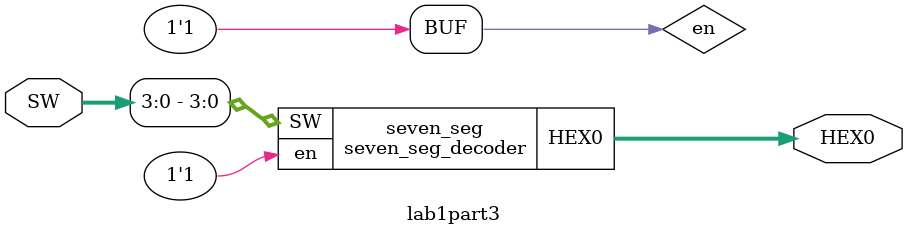
<source format=v>
module seven_seg_decoder ( input [3:0] SW, input en, output [6:0] HEX0 );
	reg [6:0] reg_LEDs;
	assign HEX0[0]= (SW[2]&(~SW[1])&(~SW[0]) | (~SW[3])&(~SW[2])&(~SW[1])&SW[0] | SW[3]&SW[2]&SW[1]&SW[0] | SW[3]&(~SW[2])&SW[1]&(~SW[0]))&en; 
	assign HEX0[1]= ((~SW[3])&SW[2]&(~SW[1])&SW[0] | (~SW[3])&SW[2]&SW[1]&(~SW[0]) | SW[3]&SW[2]&SW[1]&SW[0] | SW[3]&(~SW[2])&SW[1]&(~SW[0]))&en;

	assign HEX0[6:2]=reg_LEDs[6:2];

	always @(en) begin	
		case (SW) 
			4'b0000: reg_LEDs[6:2]<=5'b10000;
			4'b0001: reg_LEDs[6:2]<=5'b11110;
			4'b0010: reg_LEDs[6:2]<=5'b01001;
			4'b0011: reg_LEDs[6:2]<=5'b01100;
			4'b0100: reg_LEDs[6:2]<=5'b00110; 
			4'b0101: reg_LEDs[6:2]<=5'b00100; 
			4'b0110: reg_LEDs[6:2]<=5'b00000; 
			4'b0111: reg_LEDs[6:2]<=5'b11110;
			4'b1000: reg_LEDs[6:2]<=5'b00000;
			4'b1001: reg_LEDs[6:2]<=5'b00100;
			4'b1010: reg_LEDs[6:2]<=5'b10001; 
			4'b1011: reg_LEDs[6:2]<=5'b00010;
			4'b1100: reg_LEDs[6:2]<=5'b10000; 
			4'b1101: reg_LEDs[6:2]<=5'b10011;
			4'b1110: reg_LEDs[6:2]<=5'b00010;
			4'b1111: reg_LEDs[6:2]<=5'b11111; 
		endcase
	end
endmodule


module lab1part3 ( input [9:0] SW, output [6:0] HEX0 );
	//if (SW[8] == 1'b0 & SW[9] == 1'b0) //assume 0 is off
	reg en;
	seven_seg_decoder seven_seg (SW[6:0], en, HEX0);
	
	always @(*) begin
		en = 1;
	end
	
//	always @(*) begin
//		case(SW[9:8])
//			2'b00: seven_seg <= 2'b00;
//			2'b01:
//			2'b10:
//			2'b11: 
//	end
	

endmodule
//	else if (SW[9] == 0 & SW[8] == 1)
//	begin
//		//take input from 4 bit counter that takes input from KEY3
//	end
//	else if (SW

</source>
